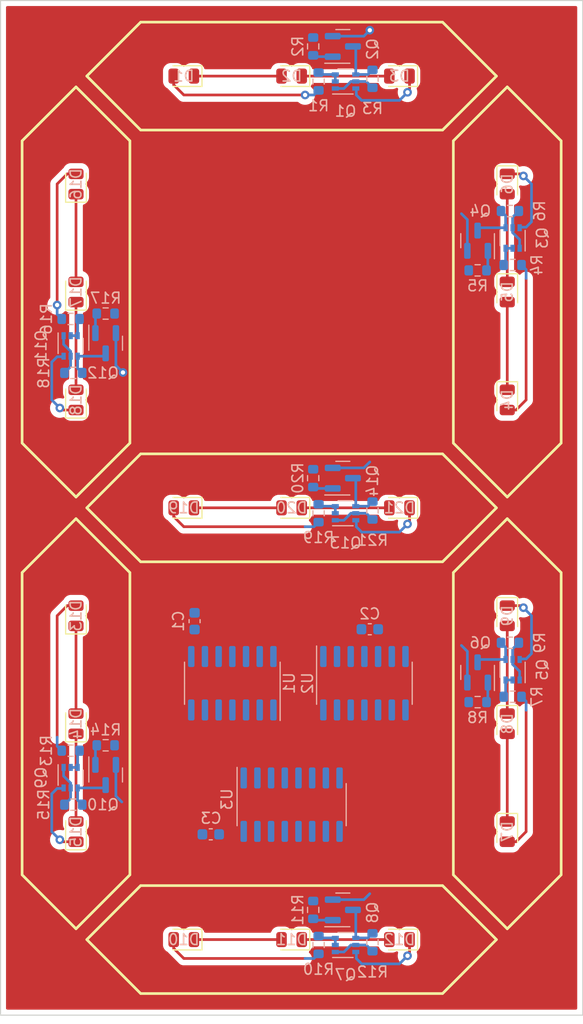
<source format=kicad_pcb>
(kicad_pcb (version 20211014) (generator pcbnew)
  (title_block (comment 4 "AISLER Project ID: KLSCYCWS"))
  (layers (0 "F.Cu" signal) (31 "B.Cu" signal) (34 "B.Paste" user) (35 "F.Paste" user) (36 "B.SilkS" user "B.Silkscreen") (37 "F.SilkS" user "F.Silkscreen") (38 "B.Mask" user) (39 "F.Mask" user) (44 "Edge.Cuts" user))
  (net 0 "")
  (net 1 "Net-(D1-Pad1)")
  (net 2 "+12V")
  (net 3 "Net-(D2-Pad1)")
  (net 4 "Net-(D3-Pad1)")
  (net 5 "Net-(D4-Pad1)")
  (net 6 "Net-(D5-Pad1)")
  (net 7 "Net-(D6-Pad1)")
  (net 8 "Net-(D7-Pad1)")
  (net 9 "Net-(D8-Pad1)")
  (net 10 "Net-(D9-Pad1)")
  (net 11 "Net-(D10-Pad1)")
  (net 12 "Net-(D11-Pad1)")
  (net 13 "Net-(D12-Pad1)")
  (net 14 "Net-(D13-Pad1)")
  (net 15 "Net-(D14-Pad1)")
  (net 16 "Net-(D15-Pad1)")
  (net 17 "Net-(D16-Pad1)")
  (net 18 "Net-(D17-Pad1)")
  (net 19 "Net-(D18-Pad1)")
  (net 20 "Net-(D19-Pad1)")
  (net 21 "Net-(D20-Pad1)")
  (net 22 "Net-(D21-Pad1)")
  (net 23 "Net-(Q1-Pad1)")
  (net 24 "Net-(Q1-Pad2)")
  (net 25 "Net-(Q1-Pad4)")
  (net 26 "Net-(Q2-Pad1)")
  (net 27 "GND")
  (net 28 "Net-(Q3-Pad1)")
  (net 29 "Net-(Q3-Pad2)")
  (net 30 "Net-(Q3-Pad4)")
  (net 31 "Net-(Q4-Pad1)")
  (net 32 "Net-(Q5-Pad1)")
  (net 33 "Net-(Q5-Pad2)")
  (net 34 "Net-(Q5-Pad4)")
  (net 35 "Net-(Q6-Pad1)")
  (net 36 "Net-(Q7-Pad1)")
  (net 37 "Net-(Q7-Pad2)")
  (net 38 "Net-(Q7-Pad4)")
  (net 39 "Net-(Q8-Pad1)")
  (net 40 "Net-(Q9-Pad1)")
  (net 41 "Net-(Q9-Pad2)")
  (net 42 "Net-(Q10-Pad3)")
  (net 43 "Net-(Q10-Pad1)")
  (net 44 "Net-(Q11-Pad1)")
  (net 45 "Net-(Q11-Pad2)")
  (net 46 "Net-(Q11-Pad4)")
  (net 47 "Net-(Q12-Pad1)")
  (net 48 "Net-(Q13-Pad1)")
  (net 49 "Net-(Q13-Pad2)")
  (net 50 "Net-(Q13-Pad4)")
  (net 51 "Net-(Q14-Pad1)")
  (net 52 "+5V")
  (net 53 "Eraw")
  (net 54 "PWM")
  (net 55 "Fraw")
  (net 56 "Graw")
  (net 58 "Praw")
  (net 59 "Araw")
  (net 60 "Braw")
  (net 61 "Craw")
  (net 62 "Draw")
  (net 63 "SERout")
  (net 64 "SERclr")
  (net 65 "SERclk")
  (net 66 "REGclk")
  (net 67 "OE")
  (net 68 "SERin")
  (net 69 "/A")
  (net 70 "/B")
  (net 71 "/C")
  (net 72 "/D")
  (net 73 "/E")
  (net 74 "/F")
  (net 75 "/G")
  (footprint "LED_SMD:LED_0805_2012Metric" (layer "F.Cu") (at 190 60 180)
    (fp_text reference "D1")
    (fp_text value "LTST-C171KRKT ")
  )
  (footprint "LED_SMD:LED_0805_2012Metric" (layer "F.Cu") (at 180 110 90)
    (fp_text reference "D13")
    (fp_text value "LTST-C171KRKT ")
  )
  (footprint "LED_SMD:LED_0805_2012Metric" (layer "F.Cu") (at 180 130 90)
    (fp_text reference "D15")
    (fp_text value "LTST-C171KRKT ")
  )
  (footprint "LED_SMD:LED_0805_2012Metric" (layer "F.Cu") (at 220 130 -90)
    (fp_text reference "D7")
    (fp_text value "LTST-C171KRKT ")
  )
  (footprint "LED_SMD:LED_0805_2012Metric" (layer "F.Cu") (at 220 110 -90)
    (fp_text reference "D9")
    (fp_text value "LTST-C171KRKT ")
  )
  (footprint "LED_SMD:LED_0805_2012Metric" (layer "F.Cu") (at 220 80 -90)
    (fp_text reference "D5")
    (fp_text value "LTST-C171KRKT ")
  )
  (footprint "LED_SMD:LED_0805_2012Metric" (layer "F.Cu") (at 180 120 90)
    (fp_text reference "D14")
    (fp_text value "LTST-C171KRKT ")
  )
  (footprint "LED_SMD:LED_0805_2012Metric" (layer "F.Cu") (at 220 120 -90)
    (fp_text reference "D8")
    (fp_text value "LTST-C171KRKT ")
  )
  (footprint "LED_SMD:LED_0805_2012Metric" (layer "F.Cu") (at 220 70 -90)
    (fp_text reference "D6")
    (fp_text value "LTST-C171KRKT ")
  )
  (footprint "LED_SMD:LED_0805_2012Metric" (layer "F.Cu") (at 210 140 180)
    (fp_text reference "D12")
    (fp_text value "LTST-C171KRKT ")
  )
  (footprint "LED_SMD:LED_0805_2012Metric" (layer "F.Cu") (at 190 100 180)
    (fp_text reference "D19")
    (fp_text value "LTST-C171KRKT ")
  )
  (footprint "LED_SMD:LED_0805_2012Metric" (layer "F.Cu") (at 200 100 180)
    (fp_text reference "D20")
    (fp_text value "LTST-C171KRKT ")
  )
  (footprint "LED_SMD:LED_0805_2012Metric" (layer "F.Cu") (at 190 140 180)
    (fp_text reference "D10")
    (fp_text value "LTST-C171KRKT ")
  )
  (footprint "LED_SMD:LED_0805_2012Metric" (layer "F.Cu") (at 200 140 180)
    (fp_text reference "D11")
    (fp_text value "LTST-C171KRKT ")
  )
  (footprint "LED_SMD:LED_0805_2012Metric" (layer "F.Cu") (at 210 60 180)
    (fp_text reference "D3")
    (fp_text value "LTST-C171KRKT ")
  )
  (footprint "LED_SMD:LED_0805_2012Metric" (layer "F.Cu") (at 210 100 180)
    (fp_text reference "D21")
    (fp_text value "LTST-C171KRKT ")
  )
  (footprint "LED_SMD:LED_0805_2012Metric" (layer "F.Cu") (at 180 70 90)
    (fp_text reference "D16")
    (fp_text value "LTST-C171KRKT ")
  )
  (footprint "LED_SMD:LED_0805_2012Metric" (layer "F.Cu") (at 180 80 90)
    (fp_text reference "D17")
    (fp_text value "LTST-C171KRKT ")
  )
  (footprint "LED_SMD:LED_0805_2012Metric" (layer "F.Cu") (at 200 60 180)
    (fp_text reference "D2")
    (fp_text value "LTST-C171KRKT ")
  )
  (footprint "LED_SMD:LED_0805_2012Metric" (layer "F.Cu") (at 220 90 -90)
    (fp_text reference "D4")
    (fp_text value "LTST-C171KRKT ")
  )
  (footprint "LED_SMD:LED_0805_2012Metric" (layer "F.Cu") (at 180 90 90)
    (fp_text reference "D18")
    (fp_text value "LTST-C171KRKT ")
  )
  (footprint "Resistor_SMD:R_0603_1608Metric" (layer "B.Cu") (at 179.5 122.5)
    (fp_text reference "R13")
    (fp_text value "10k")
  )
  (footprint "Resistor_SMD:R_0603_1608Metric" (layer "B.Cu") (at 182.75 122 180)
    (fp_text reference "R14")
    (fp_text value "10")
  )
  (footprint "Package_TO_SOT_SMD:SOT-363_SC-70-6" (layer "B.Cu") (at 220.5 75 90)
    (fp_text reference "Q3")
    (fp_text value "MBT3904DW1")
  )
  (footprint "Resistor_SMD:R_0603_1608Metric" (layer "B.Cu") (at 179.75 87.5)
    (fp_text reference "R18")
    (fp_text value "36")
  )
  (footprint "Package_TO_SOT_SMD:SOT-23" (layer "B.Cu") (at 182.75 84.75 -90)
    (fp_text reference "Q12")
    (fp_text value "IRLML6346")
  )
  (footprint "Package_TO_SOT_SMD:SOT-23" (layer "B.Cu") (at 204.75 57.25)
    (fp_text reference "Q2")
    (fp_text value "IRLML6346")
  )
  (footprint "Resistor_SMD:R_0603_1608Metric" (layer "B.Cu") (at 202 97.25 -90)
    (fp_text reference "R20")
    (fp_text value "10")
  )
  (footprint "Package_SO:SOIC-16_3.9x9.9mm_P1.27mm" (layer "B.Cu") (at 200 127.5 -90)
    (fp_text reference "U3")
    (fp_text value "SN74HC595DT")
  )
  (footprint "Resistor_SMD:R_0603_1608Metric" (layer "B.Cu") (at 179.75 127.5)
    (fp_text reference "R15")
    (fp_text value "36")
  )
  (footprint "Capacitor_SMD:C_0603_1608Metric" (layer "B.Cu") (at 207.25 111.25 180)
    (fp_text reference "C2")
    (fp_text value "100n")
  )
  (footprint "Package_TO_SOT_SMD:SOT-363_SC-70-6" (layer "B.Cu") (at 205 140.5)
    (fp_text reference "Q7")
    (fp_text value "MBT3904DW1")
  )
  (footprint "Resistor_SMD:R_0603_1608Metric" (layer "B.Cu") (at 217.25 118)
    (fp_text reference "R8")
    (fp_text value "10")
  )
  (footprint "Resistor_SMD:R_0603_1608Metric" (layer "B.Cu") (at 202 137.25 -90)
    (fp_text reference "R11")
    (fp_text value "10")
  )
  (footprint "Resistor_SMD:R_0603_1608Metric" (layer "B.Cu") (at 202 57.25 -90)
    (fp_text reference "R2")
    (fp_text value "10")
  )
  (footprint "Resistor_SMD:R_0603_1608Metric" (layer "B.Cu") (at 182.75 82 180)
    (fp_text reference "R17")
    (fp_text value "10")
  )
  (footprint "Resistor_SMD:R_0603_1608Metric" (layer "B.Cu") (at 220.5 117.5 180)
    (fp_text reference "R7")
    (fp_text value "10k")
  )
  (footprint "Package_TO_SOT_SMD:SOT-23" (layer "B.Cu") (at 217.25 115.25 90)
    (fp_text reference "Q6")
    (fp_text value "IRLML6346")
  )
  (footprint "Capacitor_SMD:C_0603_1608Metric" (layer "B.Cu") (at 192.5 130.25 180)
    (fp_text reference "C3")
    (fp_text value "100n")
  )
  (footprint "Capacitor_SMD:C_0603_1608Metric" (layer "B.Cu") (at 191 110.5 90)
    (fp_text reference "C1")
    (fp_text value "100n")
  )
  (footprint "Package_TO_SOT_SMD:SOT-363_SC-70-6" (layer "B.Cu") (at 179.5 85 -90)
    (fp_text reference "Q11")
    (fp_text value "MBT3904DW1")
  )
  (footprint "Package_SO:SOIC-14_3.9x8.7mm_P1.27mm" (layer "B.Cu") (at 194.5 116.25 90)
    (fp_text reference "U1")
    (fp_text value "SN74LS08")
  )
  (footprint "Resistor_SMD:R_0603_1608Metric" (layer "B.Cu") (at 202.5 60.5 90)
    (fp_text reference "R1")
    (fp_text value "10k")
  )
  (footprint "Resistor_SMD:R_0603_1608Metric" (layer "B.Cu") (at 202.5 100.5 90)
    (fp_text reference "R19")
    (fp_text value "10k")
  )
  (footprint "Package_TO_SOT_SMD:SOT-23" (layer "B.Cu") (at 182.75 124.75 -90)
    (fp_text reference "Q10")
    (fp_text value "IRLML6346")
  )
  (footprint "Package_TO_SOT_SMD:SOT-23" (layer "B.Cu") (at 204.75 137.25)
    (fp_text reference "Q8")
    (fp_text value "IRLML6346")
  )
  (footprint "Resistor_SMD:R_0603_1608Metric" (layer "B.Cu") (at 207.5 100.25 90)
    (fp_text reference "R21")
    (fp_text value "36")
  )
  (footprint "Package_SO:SOIC-14_3.9x8.7mm_P1.27mm" (layer "B.Cu") (at 206.75 116.25 -90)
    (fp_text reference "U2")
    (fp_text value "SN74LS08")
  )
  (footprint "Package_TO_SOT_SMD:SOT-363_SC-70-6" (layer "B.Cu") (at 205 60.5)
    (fp_text reference "Q1")
    (fp_text value "MBT3904DW1")
  )
  (footprint "Package_TO_SOT_SMD:SOT-363_SC-70-6" (layer "B.Cu") (at 220.5 115 90)
    (fp_text reference "Q5")
    (fp_text value "MBT3904DW1")
  )
  (footprint "Resistor_SMD:R_0603_1608Metric" (layer "B.Cu") (at 220.25 112.5 180)
    (fp_text reference "R9")
    (fp_text value "36")
  )
  (footprint "Package_TO_SOT_SMD:SOT-363_SC-70-6" (layer "B.Cu") (at 179.5 125 -90)
    (fp_text reference "Q9")
    (fp_text value "MBT3904DW1")
  )
  (footprint "Resistor_SMD:R_0603_1608Metric" (layer "B.Cu") (at 207.5 60.25 90)
    (fp_text reference "R3")
    (fp_text value "36")
  )
  (footprint "Resistor_SMD:R_0603_1608Metric" (layer "B.Cu") (at 220.5 77.5 180)
    (fp_text reference "R4")
    (fp_text value "10k")
  )
  (footprint "Package_TO_SOT_SMD:SOT-23" (layer "B.Cu") (at 204.75 97.25)
    (fp_text reference "Q14")
    (fp_text value "IRLML6346")
  )
  (footprint "Resistor_SMD:R_0603_1608Metric" (layer "B.Cu") (at 202.5 140.5 90)
    (fp_text reference "R10")
    (fp_text value "10k")
  )
  (footprint "Resistor_SMD:R_0603_1608Metric" (layer "B.Cu") (at 179.5 82.5)
    (fp_text reference "R16")
    (fp_text value "10k")
  )
  (footprint "Resistor_SMD:R_0603_1608Metric" (layer "B.Cu") (at 217.25 78)
    (fp_text reference "R5")
    (fp_text value "10")
  )
  (footprint "Package_TO_SOT_SMD:SOT-363_SC-70-6" (layer "B.Cu") (at 205 100.5)
    (fp_text reference "Q13")
    (fp_text value "MBT3904DW1")
  )
  (footprint "Package_TO_SOT_SMD:SOT-23" (layer "B.Cu") (at 217.25 75.25 90)
    (fp_text reference "Q4")
    (fp_text value "IRLML6346")
  )
  (footprint "Resistor_SMD:R_0603_1608Metric" (layer "B.Cu") (at 207.5 140.25 90)
    (fp_text reference "R12")
    (fp_text value "36")
  )
  (footprint "Resistor_SMD:R_0603_1608Metric" (layer "B.Cu") (at 220.25 72.5 180)
    (fp_text reference "R6")
    (fp_text value "36")
  )
  (gr_line locked (start 180 101) (end 175 106) (layer "F.SilkS") (width 0.25))
  (gr_line locked (start 214 55) (end 186 55) (layer "F.SilkS") (width 0.25))
  (gr_line locked (start 219 140) (end 214 135) (layer "F.SilkS") (width 0.25))
  (gr_line locked (start 180 99) (end 185 94) (layer "F.SilkS") (width 0.25))
  (gr_line locked (start 219 60) (end 214 55) (layer "F.SilkS") (width 0.25))
  (gr_line locked (start 186 135) (end 181 140) (layer "F.SilkS") (width 0.25))
  (gr_line locked (start 215 66) (end 215 94) (layer "F.SilkS") (width 0.25))
  (gr_line locked (start 214 95) (end 186 95) (layer "F.SilkS") (width 0.25))
  (gr_line locked (start 215 94) (end 220 99) (layer "F.SilkS") (width 0.25))
  (gr_line locked (start 175 66) (end 175 94) (layer "F.SilkS") (width 0.25))
  (gr_line locked (start 185 134) (end 185 106) (layer "F.SilkS") (width 0.25))
  (gr_line locked (start 185 66) (end 180 61) (layer "F.SilkS") (width 0.25))
  (gr_line locked (start 225 134) (end 225 106) (layer "F.SilkS") (width 0.25))
  (gr_line locked (start 225 66) (end 220 61) (layer "F.SilkS") (width 0.25))
  (gr_line locked (start 220 99) (end 225 94) (layer "F.SilkS") (width 0.25))
  (gr_line locked (start 186 145) (end 214 145) (layer "F.SilkS") (width 0.25))
  (gr_line locked (start 220 139) (end 225 134) (layer "F.SilkS") (width 0.25))
  (gr_line locked (start 186 65) (end 214 65) (layer "F.SilkS") (width 0.25))
  (gr_line locked (start 225 94) (end 225 66) (layer "F.SilkS") (width 0.25))
  (gr_line locked (start 186 55) (end 181 60) (layer "F.SilkS") (width 0.25))
  (gr_line locked (start 175 134) (end 180 139) (layer "F.SilkS") (width 0.25))
  (gr_line locked (start 180 61) (end 175 66) (layer "F.SilkS") (width 0.25))
  (gr_line locked (start 220 61) (end 215 66) (layer "F.SilkS") (width 0.25))
  (gr_line locked (start 180 139) (end 185 134) (layer "F.SilkS") (width 0.25))
  (gr_line locked (start 186 95) (end 181 100) (layer "F.SilkS") (width 0.25))
  (gr_line locked (start 214 105) (end 219 100) (layer "F.SilkS") (width 0.25))
  (gr_line locked (start 215 134) (end 220 139) (layer "F.SilkS") (width 0.25))
  (gr_line locked (start 214 135) (end 186 135) (layer "F.SilkS") (width 0.25))
  (gr_line locked (start 214 145) (end 219 140) (layer "F.SilkS") (width 0.25))
  (gr_line locked (start 185 94) (end 185 66) (layer "F.SilkS") (width 0.25))
  (gr_line locked (start 181 100) (end 186 105) (layer "F.SilkS") (width 0.25))
  (gr_line locked (start 185 106) (end 180 101) (layer "F.SilkS") (width 0.25))
  (gr_line locked (start 175 106) (end 175 134) (layer "F.SilkS") (width 0.25))
  (gr_line locked (start 220 101) (end 215 106) (layer "F.SilkS") (width 0.25))
  (gr_line locked (start 219 100) (end 214 95) (layer "F.SilkS") (width 0.25))
  (gr_line locked (start 181 140) (end 186 145) (layer "F.SilkS") (width 0.25))
  (gr_line locked (start 181 60) (end 186 65) (layer "F.SilkS") (width 0.25))
  (gr_line locked (start 214 65) (end 219 60) (layer "F.SilkS") (width 0.25))
  (gr_line locked (start 215 106) (end 215 134) (layer "F.SilkS") (width 0.25))
  (gr_line locked (start 186 105) (end 214 105) (layer "F.SilkS") (width 0.25))
  (gr_line locked (start 225 106) (end 220 101) (layer "F.SilkS") (width 0.25))
  (gr_line locked (start 175 94) (end 180 99) (layer "F.SilkS") (width 0.25))
  (gr_line (start 173 53) (end 227 53) (layer "Edge.Cuts") (width 0.1))
  (gr_line (start 173 147) (end 173 53) (layer "Edge.Cuts") (width 0.1))
  (gr_line (start 227 53) (end 227 147) (layer "Edge.Cuts") (width 0.1))
  (gr_line (start 227 147) (end 173 147) (layer "Edge.Cuts") (width 0.1))
  (gr_text "" (at 175 146.019566) (layer "F.SilkS") (effects (font (size 4.83362 3.04518) (thickness 0.604202)) (justify left top)))
  (segment (start 190.9375 60) (end 199.0625 60) (width 0.25) (layer "F.Cu") (net 1))
  (segment (start 220.8125 130.9375) (end 220 130.9375) (width 0.25) (layer "F.Cu") (net 2))
  (segment (start 190 141.75) (end 189.0625 140.8125) (width 0.25) (layer "F.Cu") (net 2))
  (segment (start 221.75 130) (end 220.8125 130.9375) (width 0.25) (layer "F.Cu") (net 2))
  (segment (start 221.75 90) (end 220.8125 90.9375) (width 0.25) (layer "F.Cu") (net 2))
  (segment (start 190 61.75) (end 189.0625 60.8125) (width 0.25) (layer "F.Cu") (net 2))
  (segment (start 178.25 110) (end 179.1875 109.0625) (width 0.25) (layer "F.Cu") (net 2))
  (segment (start 190 101.75) (end 189.0625 100.8125) (width 0.25) (layer "F.Cu") (net 2))
  (segment (start 220.8125 90.9375) (end 220 90.9375) (width 0.25) (layer "F.Cu") (net 2))
  (segment (start 189.0625 60.8125) (end 189.0625 60) (width 0.25) (layer "F.Cu") (net 2))
  (segment (start 189.0625 100.8125) (end 189.0625 100) (width 0.25) (layer "F.Cu") (net 2))
  (segment (start 189.0625 140) (end 189.0625 140.8125) (width 0.25) (layer "F.Cu") (net 2))
  (segment (start 179.1875 69.0625) (end 180 69.0625) (width 0.25) (layer "F.Cu") (net 2))
  (segment (start 201.25 141.75) (end 190 141.75) (width 0.25) (layer "F.Cu") (net 2))
  (segment (start 221.75 118.75) (end 221.75 130) (width 0.25) (layer "F.Cu") (net 2))
  (segment (start 221.75 78.75) (end 221.75 90) (width 0.25) (layer "F.Cu") (net 2))
  (segment (start 201.25 61.75) (end 190 61.75) (width 0.25) (layer "F.Cu") (net 2))
  (segment (start 178.25 121.25) (end 178.25 110) (width 0.25) (layer "F.Cu") (net 2))
  (segment (start 201.25 101.75) (end 190 101.75) (width 0.25) (layer "F.Cu") (net 2))
  (segment (start 178.25 70) (end 179.1875 69.0625) (width 0.25) (layer "F.Cu") (net 2))
  (segment (start 178.25 81.21) (end 178.25 70) (width 0.25) (layer "F.Cu") (net 2))
  (segment (start 179.1875 109.0625) (end 180 109.0625) (width 0.25) (layer "F.Cu") (net 2))
  (via (at 178.25 81.21) (size 0.8) (drill 0.4) (layers "F.Cu" "B.Cu") (net 2))
  (via (at 201.25 61.75) (size 0.8) (drill 0.4) (layers "F.Cu" "B.Cu") (net 2))
  (segment (start 202.075 141.75) (end 202.5 141.325) (width 0.25) (layer "B.Cu") (net 2))
  (segment (start 221.75 117.925) (end 221.325 117.5) (width 0.25) (layer "B.Cu") (net 2))
  (segment (start 221.75 77.925) (end 221.325 77.5) (width 0.25) (layer "B.Cu") (net 2))
  (segment (start 202.075 61.75) (end 202.5 61.325) (width 0.25) (layer "B.Cu") (net 2))
  (segment (start 178.25 122.075) (end 178.675 122.5) (width 0.25) (layer "B.Cu") (net 2))
  (segment (start 202.075 101.75) (end 202.5 101.325) (width 0.25) (layer "B.Cu") (net 2))
  (segment (start 178.25 82.075) (end 178.675 82.5) (width 0.25) (layer "B.Cu") (net 2))
  (segment (start 178.25 81.21) (end 178.25 82.075) (width 0.25) (layer "B.Cu") (net 2))
  (segment (start 201.25 141.75) (end 202.075 141.75) (width 0.25) (layer "B.Cu") (net 2))
  (segment (start 221.75 118.75) (end 221.75 117.925) (width 0.25) (layer "B.Cu") (net 2))
  (segment (start 221.75 78.75) (end 221.75 77.925) (width 0.25) (layer "B.Cu") (net 2))
  (segment (start 201.25 61.75) (end 202.075 61.75) (width 0.25) (layer "B.Cu") (net 2))
  (segment (start 178.25 121.25) (end 178.25 122.075) (width 0.25) (layer "B.Cu") (net 2))
  (segment (start 201.25 101.75) (end 202.075 101.75) (width 0.25) (layer "B.Cu") (net 2))
  (segment (start 200.9375 60) (end 209.0625 60) (width 0.25) (layer "F.Cu") (net 3))
  (segment (start 210.75 61.5) (end 210.9375 61.3125) (width 0.25) (layer "F.Cu") (net 4))
  (segment (start 211 59.9375) (end 210.9375 60) (width 0.25) (layer "F.Cu") (net 4))
  (segment (start 210.9375 61.3125) (end 210.9375 60) (width 0.25) (layer "F.Cu") (net 4))
  (via (at 210.75 61.5) (size 0.8) (drill 0.4) (layers "F.Cu" "B.Cu") (net 4))
  (segment (start 206.5 62.25) (end 210 62.25) (width 0.25) (layer "B.Cu") (net 4))
  (segment (start 206 61.2) (end 206 61.75) (width 0.25) (layer "B.Cu") (net 4))
  (segment (start 206 61.75) (end 206.5 62.25) (width 0.25) (layer "B.Cu") (net 4))
  (segment (start 210 62.25) (end 210.75 61.5) (width 0.25) (layer "B.Cu") (net 4))
  (segment (start 205.95 61.15) (end 206 61.2) (width 0.25) (layer "B.Cu") (net 4))
  (segment (start 220 89.0625) (end 220 80.9375) (width 0.25) (layer "F.Cu") (net 5))
  (segment (start 220 79.0625) (end 220 70.9375) (width 0.25) (layer "F.Cu") (net 6))
  (segment (start 221.5 69.25) (end 221.3125 69.0625) (width 0.25) (layer "F.Cu") (net 7))
  (segment (start 219.9375 69) (end 220 69.0625) (width 0.25) (layer "F.Cu") (net 7))
  (segment (start 221.3125 69.0625) (end 220 69.0625) (width 0.25) (layer "F.Cu") (net 7))
  (via (at 221.5 69.25) (size 0.8) (drill 0.4) (layers "F.Cu" "B.Cu") (net 7))
  (segment (start 222.25 73.5) (end 222.25 70) (width 0.25) (layer "B.Cu") (net 7))
  (segment (start 221.2 74) (end 221.75 74) (width 0.25) (layer "B.Cu") (net 7))
  (segment (start 221.75 74) (end 222.25 73.5) (width 0.25) (layer "B.Cu") (net 7))
  (segment (start 222.25 70) (end 221.5 69.25) (width 0.25) (layer "B.Cu") (net 7))
  (segment (start 221.15 74.05) (end 221.2 74) (width 0.25) (layer "B.Cu") (net 7))
  (segment (start 220 129.0625) (end 220 120.9375) (width 0.25) (layer "F.Cu") (net 8))
  (segment (start 220 119.0625) (end 220 110.9375) (width 0.25) (layer "F.Cu") (net 9))
  (segment (start 221.5 109.25) (end 221.3125 109.0625) (width 0.25) (layer "F.Cu") (net 10))
  (segment (start 219.9375 109) (end 220 109.0625) (width 0.25) (layer "F.Cu") (net 10))
  (segment (start 221.3125 109.0625) (end 220 109.0625) (width 0.25) (layer "F.Cu") (net 10))
  (via (at 221.5 109.25) (size 0.8) (drill 0.4) (layers "F.Cu" "B.Cu") (net 10))
  (segment (start 222.25 113.5) (end 222.25 110) (width 0.25) (layer "B.Cu") (net 10))
  (segment (start 221.2 114) (end 221.75 114) (width 0.25) (layer "B.Cu") (net 10))
  (segment (start 221.75 114) (end 222.25 113.5) (width 0.25) (layer "B.Cu") (net 10))
  (segment (start 222.25 110) (end 221.5 109.25) (width 0.25) (layer "B.Cu") (net 10))
  (segment (start 221.15 114.05) (end 221.2 114) (width 0.25) (layer "B.Cu") (net 10))
  (segment (start 190.9375 140) (end 199.0625 140) (width 0.25) (layer "F.Cu") (net 11))
  (segment (start 200.9375 140) (end 209.0625 140) (width 0.25) (layer "F.Cu") (net 12))
  (segment (start 210.75 141.5) (end 210.9375 141.3125) (width 0.25) (layer "F.Cu") (net 13))
  (segment (start 211 139.9375) (end 210.9375 140) (width 0.25) (layer "F.Cu") (net 13))
  (segment (start 210.9375 141.3125) (end 210.9375 140) (width 0.25) (layer "F.Cu") (net 13))
  (via (at 210.75 141.5) (size 0.8) (drill 0.4) (layers "F.Cu" "B.Cu") (net 13))
  (segment (start 206.5 142.25) (end 210 142.25) (width 0.25) (layer "B.Cu") (net 13))
  (segment (start 206 141.2) (end 206 141.75) (width 0.25) (layer "B.Cu") (net 13))
  (segment (start 206 141.75) (end 206.5 142.25) (width 0.25) (layer "B.Cu") (net 13))
  (segment (start 210 142.25) (end 210.75 141.5) (width 0.25) (layer "B.Cu") (net 13))
  (segment (start 205.95 141.15) (end 206 141.2) (width 0.25) (layer "B.Cu") (net 13))
  (segment (start 180 110.9375) (end 180 119.0625) (width 0.25) (layer "F.Cu") (net 14))
  (segment (start 180 120.9375) (end 180 129.0625) (width 0.25) (layer "F.Cu") (net 15))
  (segment (start 178.5 130.75) (end 178.6875 130.9375) (width 0.25) (layer "F.Cu") (net 16))
  (segment (start 180.0625 131) (end 180 130.9375) (width 0.25) (layer "F.Cu") (net 16))
  (segment (start 178.6875 130.9375) (end 180 130.9375) (width 0.25) (layer "F.Cu") (net 16))
  (via (at 178.5 130.75) (size 0.8) (drill 0.4) (layers "F.Cu" "B.Cu") (net 16))
  (segment (start 177.75 126.5) (end 177.75 130) (width 0.25) (layer "B.Cu") (net 16))
  (segment (start 178.8 126) (end 178.25 126) (width 0.25) (layer "B.Cu") (net 16))
  (segment (start 178.25 126) (end 177.75 126.5) (width 0.25) (layer "B.Cu") (net 16))
  (segment (start 177.75 130) (end 178.5 130.75) (width 0.25) (layer "B.Cu") (net 16))
  (segment (start 178.85 125.95) (end 178.8 126) (width 0.25) (layer "B.Cu") (net 16))
  (segment (start 180 70.9375) (end 180 79.0625) (width 0.25) (layer "F.Cu") (net 17))
  (segment (start 180 80.9375) (end 180 89.0625) (width 0.25) (layer "F.Cu") (net 18))
  (segment (start 178.5 90.75) (end 178.6875 90.9375) (width 0.25) (layer "F.Cu") (net 19))
  (segment (start 180.0625 91) (end 180 90.9375) (width 0.25) (layer "F.Cu") (net 19))
  (segment (start 178.6875 90.9375) (end 180 90.9375) (width 0.25) (layer "F.Cu") (net 19))
  (via (at 178.5 90.75) (size 0.8) (drill 0.4) (layers "F.Cu" "B.Cu") (net 19))
  (segment (start 177.75 86.5) (end 177.75 90) (width 0.25) (layer "B.Cu") (net 19))
  (segment (start 178.8 86) (end 178.25 86) (width 0.25) (layer "B.Cu") (net 19))
  (segment (start 178.25 86) (end 177.75 86.5) (width 0.25) (layer "B.Cu") (net 19))
  (segment (start 177.75 90) (end 178.5 90.75) (width 0.25) (layer "B.Cu") (net 19))
  (segment (start 178.85 85.95) (end 178.8 86) (width 0.25) (layer "B.Cu") (net 19))
  (segment (start 190.9375 100) (end 199.0625 100) (width 0.25) (layer "F.Cu") (net 20))
  (segment (start 200.9375 100) (end 209.0625 100) (width 0.25) (layer "F.Cu") (net 21))
  (segment (start 210.75 101.5) (end 210.9375 101.3125) (width 0.25) (layer "F.Cu") (net 22))
  (segment (start 211 99.9375) (end 210.9375 100) (width 0.25) (layer "F.Cu") (net 22))
  (segment (start 210.9375 101.3125) (end 210.9375 100) (width 0.25) (layer "F.Cu") (net 22))
  (via (at 210.75 101.5) (size 0.8) (drill 0.4) (layers "F.Cu" "B.Cu") (net 22))
  (segment (start 206.5 102.25) (end 210 102.25) (width 0.25) (layer "B.Cu") (net 22))
  (segment (start 206 101.2) (end 206 101.75) (width 0.25) (layer "B.Cu") (net 22))
  (segment (start 206 101.75) (end 206.5 102.25) (width 0.25) (layer "B.Cu") (net 22))
  (segment (start 210 102.25) (end 210.75 101.5) (width 0.25) (layer "B.Cu") (net 22))
  (segment (start 205.95 101.15) (end 206 101.2) (width 0.25) (layer "B.Cu") (net 22))
  (segment (start 204.05 61.15) (end 204.85 61.15) (width 0.25) (layer "B.Cu") (net 23))
  (segment (start 207.5 61.075) (end 206.925 60.5) (width 0.25) (layer "B.Cu") (net 23))
  (segment (start 204.85 61.15) (end 205.5 60.5) (width 0.25) (layer "B.Cu") (net 23))
  (segment (start 206.925 60.5) (end 205.95 60.5) (width 0.25) (layer "B.Cu") (net 23))
  (segment (start 205.5 60.5) (end 205.95 60.5) (width 0.25) (layer "B.Cu") (net 23))
  (segment (start 204.05 59.85) (end 202.675 59.85) (width 0.25) (layer "B.Cu") (net 24))
  (segment (start 204.05 60.5) (end 204.05 59.85) (width 0.25) (layer "B.Cu") (net 24))
  (segment (start 202.675 59.85) (end 202.5 59.675) (width 0.25) (layer "B.Cu") (net 24))
  (segment (start 205.95 57.5125) (end 205.6875 57.25) (width 0.25) (layer "B.Cu") (net 25))
  (segment (start 207.075 59.85) (end 207.5 59.425) (width 0.25) (layer "B.Cu") (net 25))
  (segment (start 205.95 59.85) (end 205.95 57.5125) (width 0.25) (layer "B.Cu") (net 25))
  (segment (start 205.95 59.85) (end 207.075 59.85) (width 0.25) (layer "B.Cu") (net 25))
  (segment (start 203.8125 58.2) (end 202.125 58.2) (width 0.25) (layer "B.Cu") (net 26))
  (segment (start 202.125 58.2) (end 202 58.075) (width 0.25) (layer "B.Cu") (net 26))
  (via (at 207.25 55.75) (size 0.8) (drill 0.4) (layers "F.Cu" "B.Cu") (net 27))
  (via (at 184.355 87.46) (size 0.8) (drill 0.4) (layers "F.Cu" "B.Cu") (net 27))
  (segment (start 183.7 86.805) (end 184.355 87.46) (width 0.25) (layer "B.Cu") (net 27))
  (segment (start 216.3 116.1875) (end 216.3 113.3) (width 0.25) (layer "B.Cu") (net 27))
  (segment (start 216.3 76.1875) (end 216.3 73.3) (width 0.25) (layer "B.Cu") (net 27))
  (segment (start 203.8125 56.3) (end 206.7 56.3) (width 0.25) (layer "B.Cu") (net 27))
  (segment (start 183.7 83.8125) (end 183.7 86.7) (width 0.25) (layer "B.Cu") (net 27))
  (segment (start 203.8125 136.3) (end 206.7 136.3) (width 0.25) (layer "B.Cu") (net 27))
  (segment (start 183.7 123.8125) (end 183.7 126.7) (width 0.25) (layer "B.Cu") (net 27))
  (segment (start 203.8125 96.3) (end 206.7 96.3) (width 0.25) (layer "B.Cu") (net 27))
  (segment (start 183.7 86.7) (end 183.7 86.805) (width 0.25) (layer "B.Cu") (net 27))
  (segment (start 216.3 113.3) (end 215.75 112.75) (width 0.25) (layer "B.Cu") (net 27))
  (segment (start 216.3 73.3) (end 215.75 72.75) (width 0.25) (layer "B.Cu") (net 27))
  (segment (start 206.7 56.3) (end 207.25 55.75) (width 0.25) (layer "B.Cu") (net 27))
  (segment (start 206.7 136.3) (end 207.25 135.75) (width 0.25) (layer "B.Cu") (net 27))
  (segment (start 183.7 126.7) (end 184.25 127.25) (width 0.25) (layer "B.Cu") (net 27))
  (segment (start 206.7 96.3) (end 207.25 95.75) (width 0.25) (layer "B.Cu") (net 27))
  (segment (start 221.15 75.95) (end 221.15 75.15) (width 0.25) (layer "B.Cu") (net 28))
  (segment (start 221.075 72.5) (end 220.5 73.075) (width 0.25) (layer "B.Cu") (net 28))
  (segment (start 221.15 75.15) (end 220.5 74.5) (width 0.25) (layer "B.Cu") (net 28))
  (segment (start 220.5 73.075) (end 220.5 74.05) (width 0.25) (layer "B.Cu") (net 28))
  (segment (start 220.5 74.5) (end 220.5 74.05) (width 0.25) (layer "B.Cu") (net 28))
  (segment (start 219.85 75.95) (end 219.85 77.325) (width 0.25) (layer "B.Cu") (net 29))
  (segment (start 220.5 75.95) (end 219.85 75.95) (width 0.25) (layer "B.Cu") (net 29))
  (segment (start 219.85 77.325) (end 219.675 77.5) (width 0.25) (layer "B.Cu") (net 29))
  (segment (start 217.5125 74.05) (end 217.25 74.3125) (width 0.25) (layer "B.Cu") (net 30))
  (segment (start 219.85 72.925) (end 219.425 72.5) (width 0.25) (layer "B.Cu") (net 30))
  (segment (start 219.85 74.05) (end 217.5125 74.05) (width 0.25) (layer "B.Cu") (net 30))
  (segment (start 219.85 74.05) (end 219.85 72.925) (width 0.25) (layer "B.Cu") (net 30))
  (segment (start 218.2 76.1875) (end 218.2 77.875) (width 0.25) (layer "B.Cu") (net 31))
  (segment (start 218.2 77.875) (end 218.075 78) (width 0.25) (layer "B.Cu") (net 31))
  (segment (start 221.15 115.95) (end 221.15 115.15) (width 0.25) (layer "B.Cu") (net 32))
  (segment (start 221.075 112.5) (end 220.5 113.075) (width 0.25) (layer "B.Cu") (net 32))
  (segment (start 221.15 115.15) (end 220.5 114.5) (width 0.25) (layer "B.Cu") (net 32))
  (segment (start 220.5 113.075) (end 220.5 114.05) (width 0.25) (layer "B.Cu") (net 32))
  (segment (start 220.5 114.5) (end 220.5 114.05) (width 0.25) (layer "B.Cu") (net 32))
  (segment (start 219.85 115.95) (end 219.85 117.325) (width 0.25) (layer "B.Cu") (net 33))
  (segment (start 220.5 115.95) (end 219.85 115.95) (width 0.25) (layer "B.Cu") (net 33))
  (segment (start 219.85 117.325) (end 219.675 117.5) (width 0.25) (layer "B.Cu") (net 33))
  (segment (start 217.5125 114.05) (end 217.25 114.3125) (width 0.25) (layer "B.Cu") (net 34))
  (segment (start 219.85 112.925) (end 219.425 112.5) (width 0.25) (layer "B.Cu") (net 34))
  (segment (start 219.85 114.05) (end 217.5125 114.05) (width 0.25) (layer "B.Cu") (net 34))
  (segment (start 219.85 114.05) (end 219.85 112.925) (width 0.25) (layer "B.Cu") (net 34))
  (segment (start 218.2 116.1875) (end 218.2 117.875) (width 0.25) (layer "B.Cu") (net 35))
  (segment (start 218.2 117.875) (end 218.075 118) (width 0.25) (layer "B.Cu") (net 35))
  (segment (start 204.05 141.15) (end 204.85 141.15) (width 0.25) (layer "B.Cu") (net 36))
  (segment (start 207.5 141.075) (end 206.925 140.5) (width 0.25) (layer "B.Cu") (net 36))
  (segment (start 204.85 141.15) (end 205.5 140.5) (width 0.25) (layer "B.Cu") (net 36))
  (segment (start 206.925 140.5) (end 205.95 140.5) (width 0.25) (layer "B.Cu") (net 36))
  (segment (start 205.5 140.5) (end 205.95 140.5) (width 0.25) (layer "B.Cu") (net 36))
  (segment (start 204.05 139.85) (end 202.675 139.85) (width 0.25) (layer "B.Cu") (net 37))
  (segment (start 204.05 140.5) (end 204.05 139.85) (width 0.25) (layer "B.Cu") (net 37))
  (segment (start 202.675 139.85) (end 202.5 139.675) (width 0.25) (layer "B.Cu") (net 37))
  (segment (start 205.95 137.5125) (end 205.6875 137.25) (width 0.25) (layer "B.Cu") (net 38))
  (segment (start 207.075 139.85) (end 207.5 139.425) (width 0.25) (layer "B.Cu") (net 38))
  (segment (start 205.95 139.85) (end 205.95 137.5125) (width 0.25) (layer "B.Cu") (net 38))
  (segment (start 205.95 139.85) (end 207.075 139.85) (width 0.25) (layer "B.Cu") (net 38))
  (segment (start 203.8125 138.2) (end 202.125 138.2) (width 0.25) (layer "B.Cu") (net 39))
  (segment (start 202.125 138.2) (end 202 138.075) (width 0.25) (layer "B.Cu") (net 39))
  (segment (start 178.85 124.05) (end 178.85 124.85) (width 0.25) (layer "B.Cu") (net 40))
  (segment (start 178.925 127.5) (end 179.5 126.925) (width 0.25) (layer "B.Cu") (net 40))
  (segment (start 178.85 124.85) (end 179.5 125.5) (width 0.25) (layer "B.Cu") (net 40))
  (segment (start 179.5 126.925) (end 179.5 125.95) (width 0.25) (layer "B.Cu") (net 40))
  (segment (start 179.5 125.5) (end 179.5 125.95) (width 0.25) (layer "B.Cu") (net 40))
  (segment (start 180.15 124.05) (end 180.15 122.675) (width 0.25) (layer "B.Cu") (net 41))
  (segment (start 179.5 124.05) (end 180.15 124.05) (width 0.25) (layer "B.Cu") (net 41))
  (segment (start 180.15 122.675) (end 180.325 122.5) (width 0.25) (layer "B.Cu") (net 41))
  (segment (start 182.4875 125.95) (end 182.75 125.6875) (width 0.25) (layer "B.Cu") (net 42))
  (segment (start 180.15 127.075) (end 180.575 127.5) (width 0.25) (layer "B.Cu") (net 42))
  (segment (start 180.15 125.95) (end 182.4875 125.95) (width 0.25) (layer "B.Cu") (net 42))
  (segment (start 180.15 125.95) (end 180.15 127.075) (width 0.25) (layer "B.Cu") (net 42))
  (segment (start 181.8 123.8125) (end 181.8 122.125) (width 0.25) (layer "B.Cu") (net 43))
  (segment (start 181.8 122.125) (end 181.925 122) (width 0.25) (layer "B.Cu") (net 43))
  (segment (start 178.85 84.05) (end 178.85 84.85) (width 0.25) (layer "B.Cu") (net 44))
  (segment (start 178.925 87.5) (end 179.5 86.925) (width 0.25) (layer "B.Cu") (net 44))
  (segment (start 178.85 84.85) (end 179.5 85.5) (width 0.25) (layer "B.Cu") (net 44))
  (segment (start 179.5 86.925) (end 179.5 85.95) (width 0.25) (layer "B.Cu") (net 44))
  (segment (start 179.5 85.5) (end 179.5 85.95) (width 0.25) (layer "B.Cu") (net 44))
  (segment (start 180.15 84.05) (end 180.15 82.675) (width 0.25) (layer "B.Cu") (net 45))
  (segment (start 179.5 84.05) (end 180.15 84.05) (width 0.25) (layer "B.Cu") (net 45))
  (segment (start 180.15 82.675) (end 180.325 82.5) (width 0.25) (layer "B.Cu") (net 45))
  (segment (start 182.4875 85.95) (end 182.75 85.6875) (width 0.25) (layer "B.Cu") (net 46))
  (segment (start 180.15 87.075) (end 180.575 87.5) (width 0.25) (layer "B.Cu") (net 46))
  (segment (start 180.15 85.95) (end 182.4875 85.95) (width 0.25) (layer "B.Cu") (net 46))
  (segment (start 180.15 85.95) (end 180.15 87.075) (width 0.25) (layer "B.Cu") (net 46))
  (segment (start 181.8 83.8125) (end 181.8 82.125) (width 0.25) (layer "B.Cu") (net 47))
  (segment (start 181.8 82.125) (end 181.925 82) (width 0.25) (layer "B.Cu") (net 47))
  (segment (start 204.05 101.15) (end 204.85 101.15) (width 0.25) (layer "B.Cu") (net 48))
  (segment (start 207.5 101.075) (end 206.925 100.5) (width 0.25) (layer "B.Cu") (net 48))
  (segment (start 204.85 101.15) (end 205.5 100.5) (width 0.25) (layer "B.Cu") (net 48))
  (segment (start 206.925 100.5) (end 205.95 100.5) (width 0.25) (layer "B.Cu") (net 48))
  (segment (start 205.5 100.5) (end 205.95 100.5) (width 0.25) (layer "B.Cu") (net 48))
  (segment (start 204.05 99.85) (end 202.675 99.85) (width 0.25) (layer "B.Cu") (net 49))
  (segment (start 204.05 100.5) (end 204.05 99.85) (width 0.25) (layer "B.Cu") (net 49))
  (segment (start 202.675 99.85) (end 202.5 99.675) (width 0.25) (layer "B.Cu") (net 49))
  (segment (start 205.95 97.5125) (end 205.6875 97.25) (width 0.25) (layer "B.Cu") (net 50))
  (segment (start 207.075 99.85) (end 207.5 99.425) (width 0.25) (layer "B.Cu") (net 50))
  (segment (start 205.95 99.85) (end 205.95 97.5125) (width 0.25) (layer "B.Cu") (net 50))
  (segment (start 205.95 99.85) (end 207.075 99.85) (width 0.25) (layer "B.Cu") (net 50))
  (segment (start 203.8125 98.2) (end 202.125 98.2) (width 0.25) (layer "B.Cu") (net 51))
  (segment (start 202.125 98.2) (end 202 98.075) (width 0.25) (layer "B.Cu") (net 51))
  (zone (net 27) (net_name "GND") (layer "F.Cu") (connect_pads (clearance 0.508)) (min_thickness 0.254) (fill yes (thermal_gap 0.508) (thermal_bridge_width 0.508) (smoothing fillet) (radius 1))
    (polygon (pts (xy 226.75 146.75) (xy 173.25 146.75) (xy 173.25 53.25) (xy 226.75 53.25)))
  )
)
</source>
